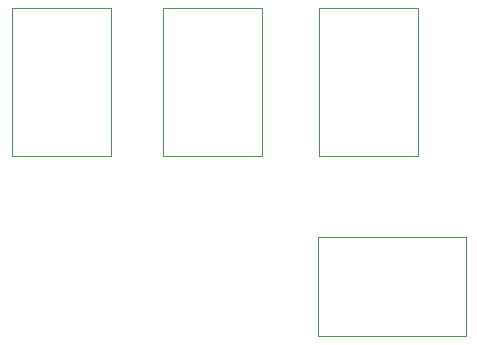
<source format=gbr>
%TF.GenerationSoftware,KiCad,Pcbnew,9.0.2*%
%TF.CreationDate,2025-08-28T12:16:00+10:00*%
%TF.ProjectId,fsr_left,6673725f-6c65-4667-942e-6b696361645f,rev?*%
%TF.SameCoordinates,Original*%
%TF.FileFunction,Other,User*%
%FSLAX46Y46*%
G04 Gerber Fmt 4.6, Leading zero omitted, Abs format (unit mm)*
G04 Created by KiCad (PCBNEW 9.0.2) date 2025-08-28 12:16:00*
%MOMM*%
%LPD*%
G01*
G04 APERTURE LIST*
%ADD10C,0.050000*%
G04 APERTURE END LIST*
D10*
%TO.C,JIn2*%
X172000000Y-63445000D02*
X180400000Y-63445000D01*
X172000000Y-75955000D02*
X172000000Y-63445000D01*
X180400000Y-63445000D02*
X180400000Y-75955000D01*
X180400000Y-75955000D02*
X172000000Y-75955000D01*
%TO.C,JMid2*%
X158800000Y-63445000D02*
X167200000Y-63445000D01*
X158800000Y-75955000D02*
X158800000Y-63445000D01*
X167200000Y-63445000D02*
X167200000Y-75955000D01*
X167200000Y-75955000D02*
X158800000Y-75955000D01*
%TO.C,JRin2*%
X146000000Y-63445000D02*
X154400000Y-63445000D01*
X146000000Y-75955000D02*
X146000000Y-63445000D01*
X154400000Y-63445000D02*
X154400000Y-75955000D01*
X154400000Y-75955000D02*
X146000000Y-75955000D01*
%TO.C,JTh2*%
X171935000Y-82820000D02*
X184445000Y-82820000D01*
X171935000Y-91220000D02*
X171935000Y-82820000D01*
X184445000Y-82820000D02*
X184445000Y-91220000D01*
X184445000Y-91220000D02*
X171935000Y-91220000D01*
%TD*%
M02*

</source>
